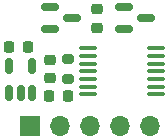
<source format=gbr>
%TF.GenerationSoftware,KiCad,Pcbnew,7.0.6-7.0.6~ubuntu22.04.1*%
%TF.CreationDate,2023-08-04T21:53:36+03:00*%
%TF.ProjectId,pedal_assist_sensor,70656461-6c5f-4617-9373-6973745f7365,rev?*%
%TF.SameCoordinates,PX3d09000PY6052340*%
%TF.FileFunction,Soldermask,Top*%
%TF.FilePolarity,Negative*%
%FSLAX46Y46*%
G04 Gerber Fmt 4.6, Leading zero omitted, Abs format (unit mm)*
G04 Created by KiCad (PCBNEW 7.0.6-7.0.6~ubuntu22.04.1) date 2023-08-04 21:53:36*
%MOMM*%
%LPD*%
G01*
G04 APERTURE LIST*
G04 Aperture macros list*
%AMRoundRect*
0 Rectangle with rounded corners*
0 $1 Rounding radius*
0 $2 $3 $4 $5 $6 $7 $8 $9 X,Y pos of 4 corners*
0 Add a 4 corners polygon primitive as box body*
4,1,4,$2,$3,$4,$5,$6,$7,$8,$9,$2,$3,0*
0 Add four circle primitives for the rounded corners*
1,1,$1+$1,$2,$3*
1,1,$1+$1,$4,$5*
1,1,$1+$1,$6,$7*
1,1,$1+$1,$8,$9*
0 Add four rect primitives between the rounded corners*
20,1,$1+$1,$2,$3,$4,$5,0*
20,1,$1+$1,$4,$5,$6,$7,0*
20,1,$1+$1,$6,$7,$8,$9,0*
20,1,$1+$1,$8,$9,$2,$3,0*%
G04 Aperture macros list end*
%ADD10RoundRect,0.150000X0.150000X-0.512500X0.150000X0.512500X-0.150000X0.512500X-0.150000X-0.512500X0*%
%ADD11RoundRect,0.100000X-0.637500X-0.100000X0.637500X-0.100000X0.637500X0.100000X-0.637500X0.100000X0*%
%ADD12RoundRect,0.225000X-0.250000X0.225000X-0.250000X-0.225000X0.250000X-0.225000X0.250000X0.225000X0*%
%ADD13RoundRect,0.225000X-0.225000X-0.250000X0.225000X-0.250000X0.225000X0.250000X-0.225000X0.250000X0*%
%ADD14RoundRect,0.218750X0.256250X-0.218750X0.256250X0.218750X-0.256250X0.218750X-0.256250X-0.218750X0*%
%ADD15RoundRect,0.150000X-0.587500X-0.150000X0.587500X-0.150000X0.587500X0.150000X-0.587500X0.150000X0*%
%ADD16RoundRect,0.200000X0.275000X-0.200000X0.275000X0.200000X-0.275000X0.200000X-0.275000X-0.200000X0*%
%ADD17RoundRect,0.225000X0.225000X0.250000X-0.225000X0.250000X-0.225000X-0.250000X0.225000X-0.250000X0*%
%ADD18R,1.700000X1.700000*%
%ADD19O,1.700000X1.700000*%
G04 APERTURE END LIST*
D10*
%TO.C,U4*%
X1350000Y-8437500D03*
X2300000Y-8437500D03*
X3250000Y-8437500D03*
X3250000Y-6162500D03*
X1350000Y-6162500D03*
%TD*%
D11*
%TO.C,U1*%
X8037500Y-4650000D03*
X8037500Y-5300000D03*
X8037500Y-5950000D03*
X8037500Y-6600000D03*
X8037500Y-7250000D03*
X8037500Y-7900000D03*
X8037500Y-8550000D03*
X13762500Y-8550000D03*
X13762500Y-7900000D03*
X13762500Y-7250000D03*
X13762500Y-6600000D03*
X13762500Y-5950000D03*
X13762500Y-5300000D03*
X13762500Y-4650000D03*
%TD*%
D12*
%TO.C,C3*%
X8800000Y-1350000D03*
X8800000Y-2900000D03*
%TD*%
D13*
%TO.C,C1*%
X4750000Y-8650000D03*
X6300000Y-8650000D03*
%TD*%
D14*
%TO.C,D1*%
X4800000Y-7187500D03*
X4800000Y-5612500D03*
%TD*%
D15*
%TO.C,U2*%
X4762500Y-1150000D03*
X4762500Y-3050000D03*
X6637500Y-2100000D03*
%TD*%
D16*
%TO.C,R1*%
X6300000Y-7225000D03*
X6300000Y-5575000D03*
%TD*%
D17*
%TO.C,C2*%
X2900000Y-4500000D03*
X1350000Y-4500000D03*
%TD*%
D15*
%TO.C,U3*%
X11062500Y-1150000D03*
X11062500Y-3050000D03*
X12937500Y-2100000D03*
%TD*%
D18*
%TO.C,J2*%
X3130000Y-11200000D03*
D19*
X5670000Y-11200000D03*
X8210000Y-11200000D03*
X10750000Y-11200000D03*
X13290000Y-11200000D03*
%TD*%
M02*

</source>
